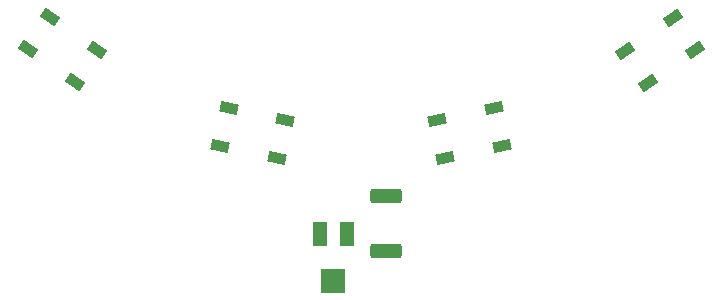
<source format=gbr>
%TF.GenerationSoftware,KiCad,Pcbnew,7.0.9*%
%TF.CreationDate,2025-01-15T22:01:11+09:00*%
%TF.ProjectId,line_front_back_robot2,6c696e65-5f66-4726-9f6e-74066261636b,rev?*%
%TF.SameCoordinates,Original*%
%TF.FileFunction,Paste,Top*%
%TF.FilePolarity,Positive*%
%FSLAX46Y46*%
G04 Gerber Fmt 4.6, Leading zero omitted, Abs format (unit mm)*
G04 Created by KiCad (PCBNEW 7.0.9) date 2025-01-15 22:01:11*
%MOMM*%
%LPD*%
G01*
G04 APERTURE LIST*
G04 Aperture macros list*
%AMRoundRect*
0 Rectangle with rounded corners*
0 $1 Rounding radius*
0 $2 $3 $4 $5 $6 $7 $8 $9 X,Y pos of 4 corners*
0 Add a 4 corners polygon primitive as box body*
4,1,4,$2,$3,$4,$5,$6,$7,$8,$9,$2,$3,0*
0 Add four circle primitives for the rounded corners*
1,1,$1+$1,$2,$3*
1,1,$1+$1,$4,$5*
1,1,$1+$1,$6,$7*
1,1,$1+$1,$8,$9*
0 Add four rect primitives between the rounded corners*
20,1,$1+$1,$2,$3,$4,$5,0*
20,1,$1+$1,$4,$5,$6,$7,0*
20,1,$1+$1,$6,$7,$8,$9,0*
20,1,$1+$1,$8,$9,$2,$3,0*%
%AMRotRect*
0 Rectangle, with rotation*
0 The origin of the aperture is its center*
0 $1 length*
0 $2 width*
0 $3 Rotation angle, in degrees counterclockwise*
0 Add horizontal line*
21,1,$1,$2,0,0,$3*%
G04 Aperture macros list end*
%ADD10RotRect,1.500000X0.900000X192.000000*%
%ADD11RotRect,1.500000X0.900000X145.000000*%
%ADD12R,1.300000X2.000000*%
%ADD13R,2.000000X2.000000*%
%ADD14RotRect,1.500000X0.900000X168.000000*%
%ADD15RotRect,1.500000X0.900000X215.000000*%
%ADD16RoundRect,0.250000X1.075000X-0.362500X1.075000X0.362500X-1.075000X0.362500X-1.075000X-0.362500X0*%
G04 APERTURE END LIST*
D10*
%TO.C,D5*%
X190533130Y-101392166D03*
X189847021Y-98164279D03*
X185054098Y-99183046D03*
X185740207Y-102410933D03*
%TD*%
D11*
%TO.C,D3*%
X154386337Y-95986264D03*
X156279140Y-93283062D03*
X152265295Y-90472538D03*
X150372492Y-93175740D03*
%TD*%
D12*
%TO.C,RV2*%
X175098592Y-108820719D03*
D13*
X176248592Y-112820719D03*
D12*
X177398592Y-108820719D03*
%TD*%
D14*
%TO.C,D2*%
X171502245Y-102387607D03*
X172188354Y-99159720D03*
X167395431Y-98140953D03*
X166709322Y-101368840D03*
%TD*%
D15*
%TO.C,D1*%
X206887797Y-93240090D03*
X204994994Y-90536888D03*
X200981149Y-93347412D03*
X202873952Y-96050614D03*
%TD*%
D16*
%TO.C,R8*%
X180748592Y-110283219D03*
X180748592Y-105658219D03*
%TD*%
M02*

</source>
